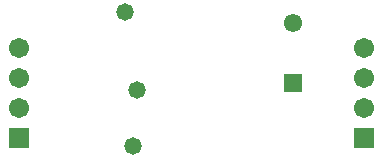
<source format=gbs>
G04*
G04 #@! TF.GenerationSoftware,Altium Limited,Altium Designer,18.0.12 (696)*
G04*
G04 Layer_Color=16711935*
%FSLAX25Y25*%
%MOIN*%
G70*
G01*
G75*
%ADD20C,0.06706*%
%ADD21R,0.06706X0.06706*%
%ADD22C,0.06115*%
%ADD23R,0.06115X0.06115*%
%ADD24C,0.05800*%
D20*
X237500Y160000D02*
D03*
Y150000D02*
D03*
Y140000D02*
D03*
X122653Y160000D02*
D03*
Y150000D02*
D03*
Y140000D02*
D03*
D21*
X237500Y130000D02*
D03*
X122653D02*
D03*
D22*
X214000Y168191D02*
D03*
D23*
X214000Y148505D02*
D03*
D24*
X158000Y172000D02*
D03*
X160672Y127500D02*
D03*
X162000Y146000D02*
D03*
M02*

</source>
